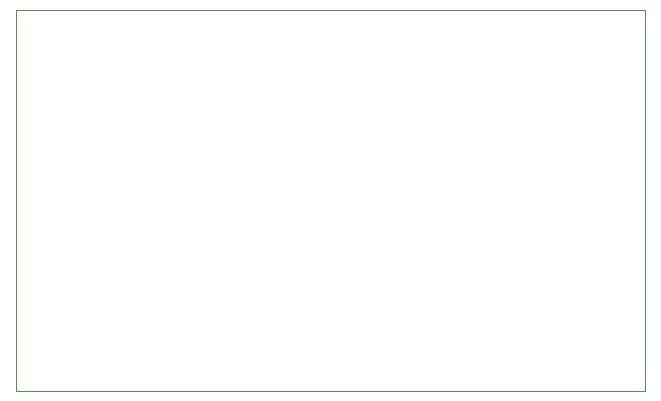
<source format=gbr>
G04 Layer_Color=0*
%FSLAX45Y45*%
%MOMM*%
%TF.FileFunction,Profile,NP*%
%TF.Part,Single*%
G01*
G75*
%TA.AperFunction,Profile*%
%ADD89C,0.02540*%
D89*
X10970000Y4239999D02*
X16300000Y4240000D01*
X16300000Y7470000D01*
X10969999Y7470000D01*
X10970000Y4239999D01*
%TF.MD5,da83336d16d4fc0fd22940604b32f2df*%
M02*

</source>
